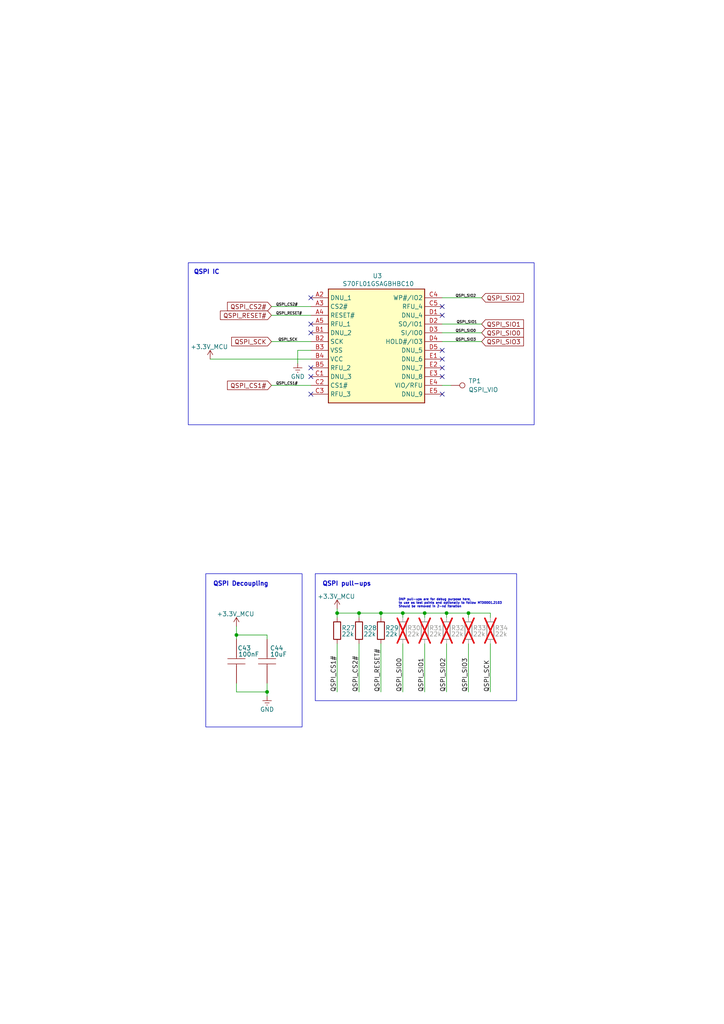
<source format=kicad_sch>
(kicad_sch (version 20231120) (generator "eeschema") (generator_version "8.0")
  (paper "A4" portrait)
  (lib_symbols
    (symbol "Connector:TestPoint" (pin_numbers hide) (pin_names (offset 0.762) hide)
      (property "Reference" "TP" (at 0 6.858 0))
      (property "Value" "TestPoint" (at 0 5.08 0))
      (symbol "TestPoint_0_1"
        (circle (center 0 3.302) (radius 0.762))
      )
      (symbol "TestPoint_1_1"
        (pin passive line (at 0 0 90) (length 2.54) (name "1") (number "1"))
      )
    )
    (symbol "Device:R" (pin_numbers hide) (pin_names (offset 0))
      (property "Reference" "R" (at 2.032 0 90))
      (property "Value" "R" (at 0 0 90))
      (symbol "R_0_1"
        (rectangle (start -1.016 -2.54) (end 1.016 2.54) (stroke (width 0.254)))
      )
      (symbol "R_1_1"
        (pin passive line (at 0 3.81 270) (length 1.27) (name "~") (number "1"))
        (pin passive line (at 0 -3.81 90) (length 1.27) (name "~") (number "2"))
      )
    )
    (symbol "RA8M1:885012205092" (pin_numbers hide) (pin_names (offset 0.762))
      (property "Reference" "C" (at 8.89 6.35 0))
      (property "Value" "885012205092" (at 8.89 3.81 0))
      (symbol "885012205092_0_0"
        (pin passive line (at 0 0 0) (length 5.08) (name "~") (number "1"))
        (pin passive line (at 12.7 0 180) (length 5.08) (name "~") (number "2"))
      )
      (symbol "885012205092_0_1"
        (polyline (pts (xy 5.08 0) (xy 5.588 0)) (stroke (width 0.1524)))
        (polyline (pts (xy 5.588 2.54) (xy 5.588 -2.54)) (stroke (width 0.1524)))
        (polyline (pts (xy 7.112 0) (xy 7.62 0)) (stroke (width 0.1524)))
        (polyline (pts (xy 7.112 2.54) (xy 7.112 -2.54)) (stroke (width 0.1524)))
      )
    )
    (symbol "RA8M1:S70FL01GSAGBHBC10"
      (property "Reference" "IC" (at 34.29 7.62 0))
      (property "Value" "S70FL01GSAGBHBC10" (at 34.29 5.08 0))
      (symbol "S70FL01GSAGBHBC10_1_1"
        (rectangle (start 5.08 2.54) (end 33.02 -30.48) (stroke (width 0.254)) (fill (type background)))
        (pin passive line (at 0 0 0) (length 5.08) (name "DNU_1") (number "A2"))
        (pin passive line (at 0 -2.54 0) (length 5.08) (name "CS2#") (number "A3"))
        (pin passive line (at 0 -5.08 0) (length 5.08) (name "RESET#") (number "A4"))
        (pin passive line (at 0 -7.62 0) (length 5.08) (name "RFU_1") (number "A5"))
        (pin passive line (at 0 -10.16 0) (length 5.08) (name "DNU_2") (number "B1"))
        (pin passive line (at 0 -12.7 0) (length 5.08) (name "SCK") (number "B2"))
        (pin passive line (at 0 -15.24 0) (length 5.08) (name "VSS") (number "B3"))
        (pin passive line (at 0 -17.78 0) (length 5.08) (name "VCC") (number "B4"))
        (pin passive line (at 0 -20.32 0) (length 5.08) (name "RFU_2") (number "B5"))
        (pin passive line (at 0 -22.86 0) (length 5.08) (name "DNU_3") (number "C1"))
        (pin passive line (at 0 -25.4 0) (length 5.08) (name "CS1#") (number "C2"))
        (pin passive line (at 0 -27.94 0) (length 5.08) (name "RFU_3") (number "C3"))
        (pin passive line (at 38.1 0 180) (length 5.08) (name "WP#/IO2") (number "C4"))
        (pin passive line (at 38.1 -2.54 180) (length 5.08) (name "RFU_4") (number "C5"))
        (pin passive line (at 38.1 -5.08 180) (length 5.08) (name "DNU_4") (number "D1"))
        (pin passive line (at 38.1 -7.62 180) (length 5.08) (name "SO/IO1") (number "D2"))
        (pin passive line (at 38.1 -10.16 180) (length 5.08) (name "SI/IO0") (number "D3"))
        (pin passive line (at 38.1 -12.7 180) (length 5.08) (name "HOLD#/IO3") (number "D4"))
        (pin passive line (at 38.1 -15.24 180) (length 5.08) (name "DNU_5") (number "D5"))
        (pin passive line (at 38.1 -17.78 180) (length 5.08) (name "DNU_6") (number "E1"))
        (pin passive line (at 38.1 -20.32 180) (length 5.08) (name "DNU_7") (number "E2"))
        (pin passive line (at 38.1 -22.86 180) (length 5.08) (name "DNU_8") (number "E3"))
        (pin passive line (at 38.1 -25.4 180) (length 5.08) (name "VIO/RFU") (number "E4"))
        (pin passive line (at 38.1 -27.94 180) (length 5.08) (name "DNU_9") (number "E5"))
      )
    )
    (symbol "power:+3.3V" (power) (pin_numbers hide) (pin_names (offset 0) hide)
      (property "Value" "+3.3V" (at 0 3.556 0))
      (symbol "+3.3V_0_1"
        (polyline (pts (xy -0.762 1.27) (xy 0 2.54)))
        (polyline (pts (xy 0 0) (xy 0 2.54)))
        (polyline (pts (xy 0 2.54) (xy 0.762 1.27)))
      )
      (symbol "+3.3V_1_1"
        (pin power_in line (at 0 0 90) (length 0) (name "~") (number "1"))
      )
    )
    (symbol "power:Earth" (power) (pin_numbers hide) (pin_names (offset 0) hide)
      (property "Value" "Earth" (at 0 -3.81 0))
      (symbol "Earth_0_1"
        (polyline (pts (xy -0.635 -1.905) (xy 0.635 -1.905)))
        (polyline (pts (xy -0.127 -2.54) (xy 0.127 -2.54)))
        (polyline (pts (xy 0 -1.27) (xy 0 0)))
        (polyline (pts (xy 1.27 -1.27) (xy -1.27 -1.27)))
      )
      (symbol "Earth_1_1"
        (pin power_in line (at 0 0 270) (length 0) (name "~") (number "1"))
      )
    )
  )
  (junction (at 104.14 177.8))
  (junction (at 123.19 177.8))
  (junction (at 129.54 177.8))
  (junction (at 77.47 200.66))
  (junction (at 135.89 177.8))
  (junction (at 68.58 184.15))
  (junction (at 116.84 177.8))
  (junction (at 97.79 177.8))
  (junction (at 110.49 177.8))
  (no_connect (at 128.27 91.44))
  (no_connect (at 90.17 93.98))
  (no_connect (at 128.27 101.6))
  (no_connect (at 128.27 104.14))
  (no_connect (at 90.17 114.3))
  (no_connect (at 90.17 109.22))
  (no_connect (at 90.17 86.36))
  (no_connect (at 128.27 88.9))
  (no_connect (at 128.27 109.22))
  (no_connect (at 90.17 96.52))
  (no_connect (at 90.17 106.68))
  (no_connect (at 128.27 114.3))
  (no_connect (at 128.27 106.68))
  (wire (pts (xy 68.58 184.15) (xy 68.58 185.42)))
  (wire (pts (xy 77.47 200.66) (xy 77.47 201.93)))
  (wire (pts (xy 97.79 177.8) (xy 104.14 177.8)))
  (wire (pts (xy 116.84 177.8) (xy 123.19 177.8)))
  (wire (pts (xy 123.19 177.8) (xy 123.19 179.07)))
  (wire (pts (xy 116.84 177.8) (xy 116.84 179.07)))
  (wire (pts (xy 60.96 104.14) (xy 90.17 104.14)))
  (wire (pts (xy 97.79 179.07) (xy 97.79 177.8)))
  (wire (pts (xy 78.74 99.06) (xy 90.17 99.06)))
  (wire (pts (xy 110.49 177.8) (xy 110.49 179.07)))
  (wire (pts (xy 68.58 181.61) (xy 68.58 184.15)))
  (wire (pts (xy 104.14 177.8) (xy 104.14 179.07)))
  (wire (pts (xy 78.74 91.44) (xy 90.17 91.44)))
  (wire (pts (xy 86.36 101.6) (xy 86.36 105.41)))
  (wire (pts (xy 110.49 177.8) (xy 116.84 177.8)))
  (wire (pts (xy 68.58 200.66) (xy 77.47 200.66)))
  (wire (pts (xy 128.27 111.76) (xy 130.81 111.76)))
  (wire (pts (xy 135.89 200.66) (xy 135.89 186.69)))
  (wire (pts (xy 135.89 177.8) (xy 142.24 177.8)))
  (wire (pts (xy 142.24 200.66) (xy 142.24 186.69)))
  (wire (pts (xy 142.24 177.8) (xy 142.24 179.07)))
  (wire (pts (xy 68.58 198.12) (xy 68.58 200.66)))
  (wire (pts (xy 90.17 101.6) (xy 86.36 101.6)))
  (wire (pts (xy 110.49 200.66) (xy 110.49 186.69)))
  (wire (pts (xy 128.27 96.52) (xy 139.7 96.52)))
  (wire (pts (xy 128.27 86.36) (xy 139.7 86.36)))
  (wire (pts (xy 104.14 200.66) (xy 104.14 186.69)))
  (wire (pts (xy 128.27 99.06) (xy 139.7 99.06)))
  (wire (pts (xy 68.58 184.15) (xy 77.47 184.15)))
  (wire (pts (xy 78.74 111.76) (xy 90.17 111.76)))
  (wire (pts (xy 77.47 184.15) (xy 77.47 185.42)))
  (wire (pts (xy 129.54 177.8) (xy 135.89 177.8)))
  (wire (pts (xy 116.84 200.66) (xy 116.84 186.69)))
  (wire (pts (xy 104.14 177.8) (xy 110.49 177.8)))
  (wire (pts (xy 129.54 177.8) (xy 129.54 179.07)))
  (wire (pts (xy 78.74 88.9) (xy 90.17 88.9)))
  (wire (pts (xy 128.27 93.98) (xy 139.7 93.98)))
  (wire (pts (xy 129.54 200.66) (xy 129.54 186.69)))
  (wire (pts (xy 123.19 177.8) (xy 129.54 177.8)))
  (wire (pts (xy 97.79 176.53) (xy 97.79 177.8)))
  (wire (pts (xy 135.89 177.8) (xy 135.89 179.07)))
  (wire (pts (xy 123.19 200.66) (xy 123.19 186.69)))
  (wire (pts (xy 77.47 198.12) (xy 77.47 200.66)))
  (wire (pts (xy 97.79 200.66) (xy 97.79 186.69)))
  (rectangle (start 59.69 166.37) (end 87.63 210.82))
  (rectangle (start 54.61 76.2) (end 154.94 123.19))
  (rectangle (start 91.44 166.37) (end 149.86 203.2))
  (text "QSPI IC" (at 59.944 78.994 0) (effects (font (size 1.27 1.27) (thickness 0.254) (bold yes))))
  (text "DNP pull-ups are for debug purpose here, \nto use as test points and optionally to follow MTD0001.2103\nShould be removed in 2-nd iteration" (at 115.57 175.006 0) (effects (font (size 0.635 0.635)) (justify left)))
  (text "QSPI Decoupling" (at 69.85 169.418 0) (effects (font (size 1.27 1.27) (thickness 0.254) (bold yes))))
  (text "QSPI pull-ups" (at 100.584 169.418 0) (effects (font (size 1.27 1.27) (thickness 0.254) (bold yes))))
  (label "QSPI_SIO2" (at 132.08 86.36 0) (effects (font (size 0.762 0.762))))
  (label "QSPI_CS1#" (at 97.79 200.66 90))
  (label "QSPI_CS1#" (at 80.01 111.76 0) (effects (font (size 0.762 0.762))))
  (label "QSPI_SIO3" (at 132.08 99.06 0) (effects (font (size 0.762 0.762))))
  (label "QSPI_SIO1" (at 123.19 200.66 90))
  (label "QSPI_SIO1" (at 138.43 93.98 180) (effects (font (size 0.762 0.762))))
  (label "QSPI_SIO3" (at 135.89 200.66 90))
  (label "QSPI_CS2#" (at 104.14 200.66 90))
  (label "QSPI_CS2#" (at 80.01 88.9 0) (effects (font (size 0.762 0.762))))
  (label "QSPI_SIO0" (at 132.08 96.52 0) (effects (font (size 0.762 0.762))))
  (label "QSPI_RESET#" (at 110.49 200.66 90))
  (label "QSPI_SIO0" (at 116.84 200.66 90))
  (label "QSPI_RESET#" (at 80.01 91.44 0) (effects (font (size 0.762 0.762))))
  (label "QSPI_SCK" (at 86.36 99.06 180) (effects (font (size 0.762 0.762))))
  (label "QSPI_SCK" (at 142.24 200.66 90))
  (label "QSPI_SIO2" (at 129.54 200.66 90))
  (global_label "QSPI_SIO0" (shape input) (at 139.7 96.52 0) (property "Intersheetrefs" "${INTERSHEET_REFS}" (effects (hide yes))))
  (global_label "QSPI_SIO1" (shape input) (at 139.7 93.98 0) (property "Intersheetrefs" "${INTERSHEET_REFS}" (effects (hide yes))))
  (global_label "QSPI_CS2#" (shape input) (at 78.74 88.9 180) (property "Intersheetrefs" "${INTERSHEET_REFS}" (effects (hide yes))))
  (global_label "QSPI_CS1#" (shape input) (at 78.74 111.76 180) (property "Intersheetrefs" "${INTERSHEET_REFS}" (effects (hide yes))))
  (global_label "QSPI_SCK" (shape input) (at 78.74 99.06 180) (property "Intersheetrefs" "${INTERSHEET_REFS}" (effects (hide yes))))
  (global_label "QSPI_SIO3" (shape input) (at 139.7 99.06 0) (property "Intersheetrefs" "${INTERSHEET_REFS}" (effects (hide yes))))
  (global_label "QSPI_SIO2" (shape input) (at 139.7 86.36 0) (property "Intersheetrefs" "${INTERSHEET_REFS}" (effects (hide yes))))
  (global_label "QSPI_RESET#" (shape input) (at 78.74 91.44 180) (property "Intersheetrefs" "${INTERSHEET_REFS}" (effects (hide yes))))
  (symbol (lib_id "RA8M1:885012205092") (at 77.47 198.12 90) (unit 1)
    (property "Reference" "C44" (at 80.264 187.96 90))
    (property "Value" "10uF" (at 80.772 189.738 90))
    (property "Footprint" "Capacitor_SMD:C_0402_1005Metric" (effects (hide yes)))
    (property "Height" "0.7" (effects (hide yes)))
    (property "Manufacturer" "Wurth Elektronik" (effects (hide yes)))
    (property "MPN" "885012105020" (effects (hide yes)))
  )
  (symbol (lib_id "RA8M1:885012205092") (at 68.58 198.12 90) (unit 1)
    (property "Reference" "C43" (at 70.866 187.96 90))
    (property "Value" "100nF" (at 72.136 189.738 90))
    (property "Footprint" "Capacitor_SMD:C_0402_1005Metric" (effects (hide yes)))
    (property "Height" "0.7" (effects (hide yes)))
    (property "Manufacturer" "Wurth Elektronik" (effects (hide yes)))
    (property "MPN" "885012205092" (effects (hide yes)))
  )
  (symbol (lib_id "Device:R") (at 110.49 182.88 0) (unit 1)
    (property "Reference" "R29" (at 111.76 182.118 0) (effects (justify left)))
    (property "Value" "22k" (at 111.76 183.896 0) (effects (justify left)))
    (property "Footprint" "Resistor_SMD:R_0402_1005Metric" (effects (hide yes)))
    (property "Description" "Resistor" (effects (hide yes)))
    (property "Manufacturer" "Würth Elektronik" (effects (hide yes)))
    (property "MPN" " 560112110098" (effects (hide yes)))
  )
  (symbol (lib_id "power:+3.3V") (at 97.79 176.53 0) (unit 1)
    (property "Reference" "#PWR063" (effects (hide yes)))
    (property "Value" "+3.3V_MCU" (at 97.536 172.974 0))
    (property "Description" "Power symbol creates a global label with name \"+3.3V\"" (effects (hide yes)))
  )
  (symbol (lib_id "Device:R") (at 116.84 182.88 0) (unit 1) (dnp yes)
    (property "Reference" "R30" (at 118.11 182.118 0) (effects (justify left)))
    (property "Value" "22k" (at 118.11 183.896 0) (effects (justify left)))
    (property "Footprint" "Resistor_SMD:R_0402_1005Metric" (effects (hide yes)))
    (property "Description" "Resistor" (effects (hide yes)))
    (property "Manufacturer" "Würth Elektronik" (effects (hide yes)))
    (property "MPN" " 560112110098" (effects (hide yes)))
  )
  (symbol (lib_id "power:Earth") (at 77.47 201.93 0) (unit 1)
    (property "Reference" "#PWR065" (effects (hide yes)))
    (property "Value" "GND" (at 77.47 205.74 0))
    (property "Description" "Power symbol creates a global label with name \"Earth\"" (effects (hide yes)))
  )
  (symbol (lib_id "Device:R") (at 123.19 182.88 0) (unit 1) (dnp yes)
    (property "Reference" "R31" (at 124.46 182.118 0) (effects (justify left)))
    (property "Value" "22k" (at 124.46 183.896 0) (effects (justify left)))
    (property "Footprint" "Resistor_SMD:R_0402_1005Metric" (effects (hide yes)))
    (property "Description" "Resistor" (effects (hide yes)))
    (property "Manufacturer" "Würth Elektronik" (effects (hide yes)))
    (property "MPN" " 560112110098" (effects (hide yes)))
  )
  (symbol (lib_id "power:+3.3V") (at 60.96 104.14 0) (unit 1)
    (property "Reference" "#PWR061" (effects (hide yes)))
    (property "Value" "+3.3V_MCU" (at 60.706 100.584 0))
    (property "Description" "Power symbol creates a global label with name \"+3.3V\"" (effects (hide yes)))
  )
  (symbol (lib_id "RA8M1:S70FL01GSAGBHBC10") (at 90.17 86.36 0) (unit 1)
    (property "Reference" "U3" (at 109.474 80.01 0))
    (property "Value" "S70FL01GSAGBHBC10" (at 109.728 82.296 0))
    (property "Footprint" "RA8M1:BGA24C100P5X5_600X800X120" (effects (hide yes)))
    (property "Datasheet" "https://www.cypress.com/file/233721/download" (effects (hide yes)))
    (property "Description" "NOR Flash Serial (SPI, Dual SPI, Quad SPI) 3V/3.3V 1G-bit 128M x 8 8ns Automotive 24-Pin BGA Tray" (effects (hide yes)))
    (property "Height" "1.2" (effects (hide yes)))
    (property "Mouser Part Number" "727-S70FL01GSAGBHC10" (effects (hide yes)))
    (property "Mouser Price/Stock" "https://www.mouser.co.uk/ProductDetail/Infineon-Technologies/S70FL01GSAGBHBC10?qs=u4fy%2FsgLU9MrwCEo4r8kOg%3D%3D" (effects (hide yes)))
    (property "Manufacturer" "Infineon" (effects (hide yes)))
    (property "MPN" "S70FL01GSAGBHBC10" (effects (hide yes)))
  )
  (symbol (lib_id "Device:R") (at 97.79 182.88 0) (unit 1)
    (property "Reference" "R27" (at 99.06 182.118 0) (effects (justify left)))
    (property "Value" "22k" (at 99.06 183.896 0) (effects (justify left)))
    (property "Footprint" "Resistor_SMD:R_0402_1005Metric" (effects (hide yes)))
    (property "Description" "Resistor" (effects (hide yes)))
    (property "Manufacturer" "Würth Elektronik" (effects (hide yes)))
    (property "MPN" " 560112110098" (effects (hide yes)))
  )
  (symbol (lib_id "power:Earth") (at 86.36 105.41 0) (unit 1)
    (property "Reference" "#PWR062" (effects (hide yes)))
    (property "Value" "GND" (at 86.36 109.22 0))
    (property "Description" "Power symbol creates a global label with name \"Earth\"" (effects (hide yes)))
  )
  (symbol (lib_id "Connector:TestPoint") (at 130.81 111.76 270) (unit 1)
    (property "Reference" "TP1" (at 135.89 110.4899 90) (effects (justify left)))
    (property "Value" "QSPI_VIO" (at 135.89 113.0299 90) (effects (justify left)))
    (property "Footprint" "RA8M1:TestPoint_0.5mm" (effects (hide yes)))
    (property "Description" "test point" (effects (hide yes)))
  )
  (symbol (lib_id "power:+3.3V") (at 68.58 181.61 0) (unit 1)
    (property "Reference" "#PWR064" (effects (hide yes)))
    (property "Value" "+3.3V_MCU" (at 68.326 178.054 0))
    (property "Description" "Power symbol creates a global label with name \"+3.3V\"" (effects (hide yes)))
  )
  (symbol (lib_id "Device:R") (at 129.54 182.88 0) (unit 1) (dnp yes)
    (property "Reference" "R32" (at 130.81 182.118 0) (effects (justify left)))
    (property "Value" "22k" (at 130.81 183.896 0) (effects (justify left)))
    (property "Footprint" "Resistor_SMD:R_0402_1005Metric" (effects (hide yes)))
    (property "Description" "Resistor" (effects (hide yes)))
    (property "Manufacturer" "Würth Elektronik" (effects (hide yes)))
    (property "MPN" " 560112110098" (effects (hide yes)))
  )
  (symbol (lib_id "Device:R") (at 104.14 182.88 0) (unit 1)
    (property "Reference" "R28" (at 105.41 182.118 0) (effects (justify left)))
    (property "Value" "22k" (at 105.41 183.896 0) (effects (justify left)))
    (property "Footprint" "Resistor_SMD:R_0402_1005Metric" (effects (hide yes)))
    (property "Description" "Resistor" (effects (hide yes)))
    (property "Manufacturer" "Würth Elektronik" (effects (hide yes)))
    (property "MPN" " 560112110098" (effects (hide yes)))
  )
  (symbol (lib_id "Device:R") (at 142.24 182.88 0) (unit 1) (dnp yes)
    (property "Reference" "R34" (at 143.51 182.118 0) (effects (justify left)))
    (property "Value" "22k" (at 143.51 183.896 0) (effects (justify left)))
    (property "Footprint" "Resistor_SMD:R_0402_1005Metric" (effects (hide yes)))
    (property "Description" "Resistor" (effects (hide yes)))
    (property "Manufacturer" "Würth Elektronik" (effects (hide yes)))
    (property "MPN" " 560112110098" (effects (hide yes)))
  )
  (symbol (lib_id "Device:R") (at 135.89 182.88 0) (unit 1) (dnp yes)
    (property "Reference" "R33" (at 137.16 182.118 0) (effects (justify left)))
    (property "Value" "22k" (at 137.16 183.896 0) (effects (justify left)))
    (property "Footprint" "Resistor_SMD:R_0402_1005Metric" (effects (hide yes)))
    (property "Description" "Resistor" (effects (hide yes)))
    (property "Manufacturer" "Würth Elektronik" (effects (hide yes)))
    (property "MPN" " 560112110098" (effects (hide yes)))
  )
)
</source>
